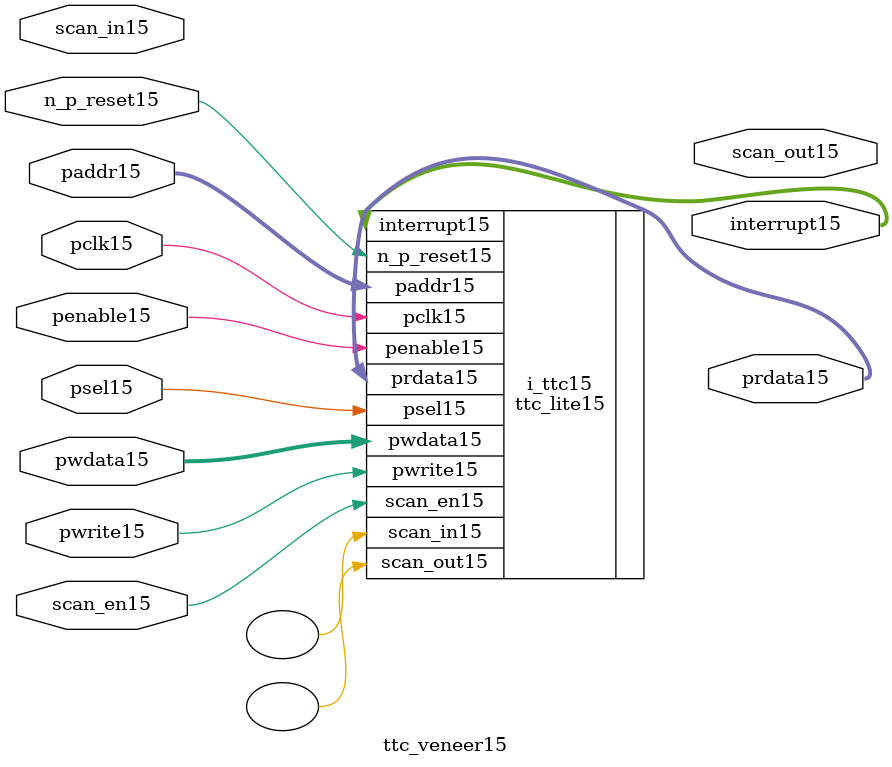
<source format=v>
module ttc_veneer15 (
           
           //inputs15
           n_p_reset15,
           pclk15,
           psel15,
           penable15,
           pwrite15,
           pwdata15,
           paddr15,
           scan_in15,
           scan_en15,

           //outputs15
           prdata15,
           interrupt15,
           scan_out15           

           );


//-----------------------------------------------------------------------------
// PORT DECLARATIONS15
//-----------------------------------------------------------------------------

   input         n_p_reset15;            //System15 Reset15
   input         pclk15;                 //System15 clock15
   input         psel15;                 //Select15 line
   input         penable15;              //Enable15
   input         pwrite15;               //Write line, 1 for write, 0 for read
   input [31:0]  pwdata15;               //Write data
   input [7:0]   paddr15;                //Address Bus15 register
   input         scan_in15;              //Scan15 chain15 input port
   input         scan_en15;              //Scan15 chain15 enable port
   
   output [31:0] prdata15;               //Read Data from the APB15 Interface15
   output [3:1]  interrupt15;            //Interrupt15 from PCI15 
   output        scan_out15;             //Scan15 chain15 output port

//##############################################################################
// if the TTC15 is NOT15 black15 boxed15 
//##############################################################################
`ifndef FV_KIT_BLACK_BOX_TTC15 

ttc_lite15 i_ttc15(

   //inputs15
   .n_p_reset15(n_p_reset15),
   .pclk15(pclk15),
   .psel15(psel15),
   .penable15(penable15),
   .pwrite15(pwrite15),
   .pwdata15(pwdata15),
   .paddr15(paddr15),
   .scan_in15(),
   .scan_en15(scan_en15),

   //outputs15
   .prdata15(prdata15),
   .interrupt15(interrupt15),
   .scan_out15()
);

`else 
//##############################################################################
// if the TTC15 is black15 boxed15 
//##############################################################################

   wire          n_p_reset15;            //System15 Reset15
   wire          pclk15;                 //System15 clock15
   wire          psel15;                 //Select15 line
   wire          penable15;              //Enable15
   wire          pwrite15;               //Write line, 1 for write, 0 for read
   wire  [31:0]  pwdata15;               //Write data
   wire  [7:0]   paddr15;                //Address Bus15 register
   wire          scan_in15;              //Scan15 chain15 wire  port
   wire          scan_en15;              //Scan15 chain15 enable port
   
   reg    [31:0] prdata15;               //Read Data from the APB15 Interface15
   reg    [3:1]  interrupt15;            //Interrupt15 from PCI15 
   reg           scan_out15;             //Scan15 chain15 reg    port

`endif
//##############################################################################
// black15 boxed15 defines15 
//##############################################################################

endmodule

</source>
